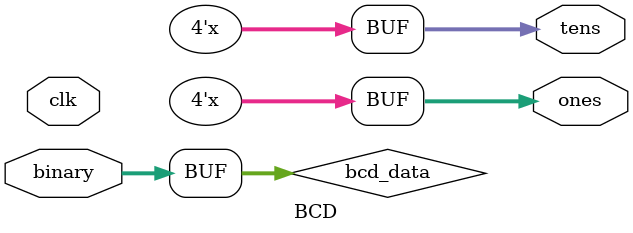
<source format=v>
`timescale 1ns / 1ps


module BCD(
    input clk,
    input [5:0] binary, //12 bit data that would come-in
    output reg [3:0] //thous, //output thousands
                     //hund,  //hundreds
                     tens,    //tens
                     ones     //ones
    );
    
    reg [5:0] bcd_data = 0;
    always @(binary) //1234 
        begin
            bcd_data <= binary; //1234 binary
//            thous <= bcd_data/1000; //1234/1000 = 1
//            bcd_data <= bcd_data%1000; //1234%1000 = 234
//            hund <= bcd_data/100; //234/100 = 2
//            bcd_data <= bcd_data%100; //234%100 = 34
            tens <= bcd_data/10; //34/10 = 3
            ones <= bcd_data%10; //34 / 10 = 4
        end
endmodule

</source>
